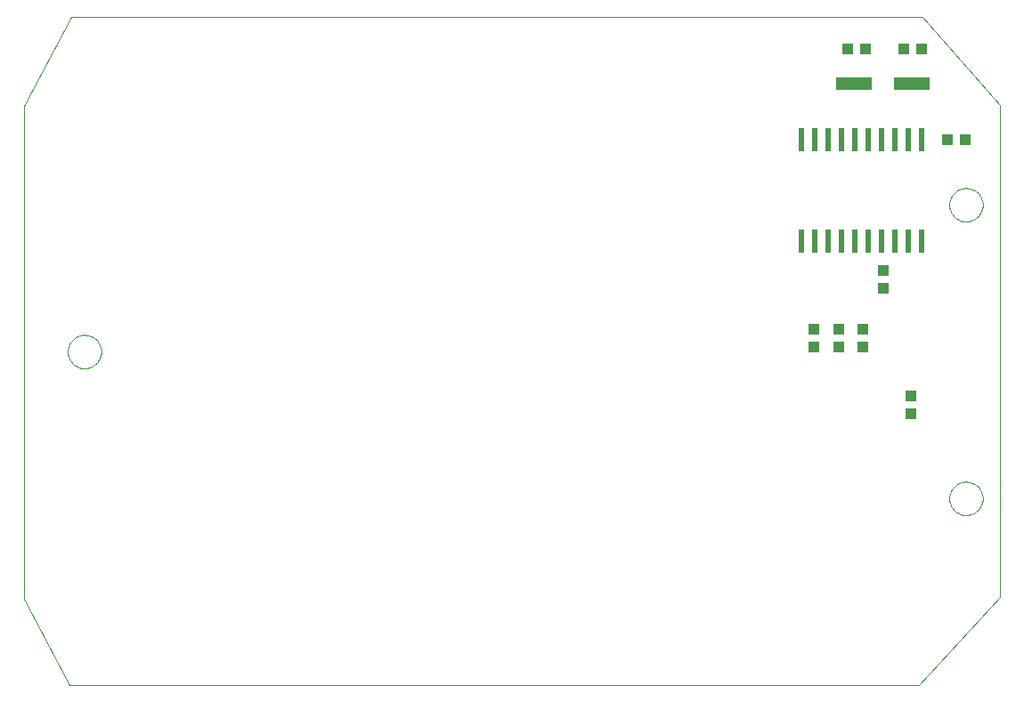
<source format=gtp>
G75*
G70*
%OFA0B0*%
%FSLAX24Y24*%
%IPPOS*%
%LPD*%
%AMOC8*
5,1,8,0,0,1.08239X$1,22.5*
%
%ADD10C,0.0000*%
%ADD11R,0.0236X0.0866*%
%ADD12R,0.1378X0.0472*%
%ADD13R,0.0433X0.0394*%
%ADD14R,0.0394X0.0433*%
D10*
X001917Y000100D02*
X033717Y000100D01*
X036737Y003400D01*
X036737Y021846D01*
X033821Y025146D01*
X001967Y025150D01*
X000217Y021796D01*
X000217Y003350D01*
X001917Y000100D01*
X001842Y012600D02*
X001844Y012650D01*
X001850Y012699D01*
X001860Y012748D01*
X001873Y012795D01*
X001891Y012842D01*
X001912Y012887D01*
X001936Y012930D01*
X001964Y012971D01*
X001995Y013010D01*
X002029Y013046D01*
X002066Y013080D01*
X002106Y013110D01*
X002147Y013137D01*
X002191Y013161D01*
X002236Y013181D01*
X002283Y013197D01*
X002331Y013210D01*
X002380Y013219D01*
X002430Y013224D01*
X002479Y013225D01*
X002529Y013222D01*
X002578Y013215D01*
X002627Y013204D01*
X002674Y013190D01*
X002720Y013171D01*
X002765Y013149D01*
X002808Y013124D01*
X002848Y013095D01*
X002886Y013063D01*
X002922Y013029D01*
X002955Y012991D01*
X002984Y012951D01*
X003010Y012909D01*
X003033Y012865D01*
X003052Y012819D01*
X003068Y012772D01*
X003080Y012723D01*
X003088Y012674D01*
X003092Y012625D01*
X003092Y012575D01*
X003088Y012526D01*
X003080Y012477D01*
X003068Y012428D01*
X003052Y012381D01*
X003033Y012335D01*
X003010Y012291D01*
X002984Y012249D01*
X002955Y012209D01*
X002922Y012171D01*
X002886Y012137D01*
X002848Y012105D01*
X002808Y012076D01*
X002765Y012051D01*
X002720Y012029D01*
X002674Y012010D01*
X002627Y011996D01*
X002578Y011985D01*
X002529Y011978D01*
X002479Y011975D01*
X002430Y011976D01*
X002380Y011981D01*
X002331Y011990D01*
X002283Y012003D01*
X002236Y012019D01*
X002191Y012039D01*
X002147Y012063D01*
X002106Y012090D01*
X002066Y012120D01*
X002029Y012154D01*
X001995Y012190D01*
X001964Y012229D01*
X001936Y012270D01*
X001912Y012313D01*
X001891Y012358D01*
X001873Y012405D01*
X001860Y012452D01*
X001850Y012501D01*
X001844Y012550D01*
X001842Y012600D01*
X034842Y007100D02*
X034844Y007150D01*
X034850Y007199D01*
X034860Y007248D01*
X034873Y007295D01*
X034891Y007342D01*
X034912Y007387D01*
X034936Y007430D01*
X034964Y007471D01*
X034995Y007510D01*
X035029Y007546D01*
X035066Y007580D01*
X035106Y007610D01*
X035147Y007637D01*
X035191Y007661D01*
X035236Y007681D01*
X035283Y007697D01*
X035331Y007710D01*
X035380Y007719D01*
X035430Y007724D01*
X035479Y007725D01*
X035529Y007722D01*
X035578Y007715D01*
X035627Y007704D01*
X035674Y007690D01*
X035720Y007671D01*
X035765Y007649D01*
X035808Y007624D01*
X035848Y007595D01*
X035886Y007563D01*
X035922Y007529D01*
X035955Y007491D01*
X035984Y007451D01*
X036010Y007409D01*
X036033Y007365D01*
X036052Y007319D01*
X036068Y007272D01*
X036080Y007223D01*
X036088Y007174D01*
X036092Y007125D01*
X036092Y007075D01*
X036088Y007026D01*
X036080Y006977D01*
X036068Y006928D01*
X036052Y006881D01*
X036033Y006835D01*
X036010Y006791D01*
X035984Y006749D01*
X035955Y006709D01*
X035922Y006671D01*
X035886Y006637D01*
X035848Y006605D01*
X035808Y006576D01*
X035765Y006551D01*
X035720Y006529D01*
X035674Y006510D01*
X035627Y006496D01*
X035578Y006485D01*
X035529Y006478D01*
X035479Y006475D01*
X035430Y006476D01*
X035380Y006481D01*
X035331Y006490D01*
X035283Y006503D01*
X035236Y006519D01*
X035191Y006539D01*
X035147Y006563D01*
X035106Y006590D01*
X035066Y006620D01*
X035029Y006654D01*
X034995Y006690D01*
X034964Y006729D01*
X034936Y006770D01*
X034912Y006813D01*
X034891Y006858D01*
X034873Y006905D01*
X034860Y006952D01*
X034850Y007001D01*
X034844Y007050D01*
X034842Y007100D01*
X034842Y018100D02*
X034844Y018150D01*
X034850Y018199D01*
X034860Y018248D01*
X034873Y018295D01*
X034891Y018342D01*
X034912Y018387D01*
X034936Y018430D01*
X034964Y018471D01*
X034995Y018510D01*
X035029Y018546D01*
X035066Y018580D01*
X035106Y018610D01*
X035147Y018637D01*
X035191Y018661D01*
X035236Y018681D01*
X035283Y018697D01*
X035331Y018710D01*
X035380Y018719D01*
X035430Y018724D01*
X035479Y018725D01*
X035529Y018722D01*
X035578Y018715D01*
X035627Y018704D01*
X035674Y018690D01*
X035720Y018671D01*
X035765Y018649D01*
X035808Y018624D01*
X035848Y018595D01*
X035886Y018563D01*
X035922Y018529D01*
X035955Y018491D01*
X035984Y018451D01*
X036010Y018409D01*
X036033Y018365D01*
X036052Y018319D01*
X036068Y018272D01*
X036080Y018223D01*
X036088Y018174D01*
X036092Y018125D01*
X036092Y018075D01*
X036088Y018026D01*
X036080Y017977D01*
X036068Y017928D01*
X036052Y017881D01*
X036033Y017835D01*
X036010Y017791D01*
X035984Y017749D01*
X035955Y017709D01*
X035922Y017671D01*
X035886Y017637D01*
X035848Y017605D01*
X035808Y017576D01*
X035765Y017551D01*
X035720Y017529D01*
X035674Y017510D01*
X035627Y017496D01*
X035578Y017485D01*
X035529Y017478D01*
X035479Y017475D01*
X035430Y017476D01*
X035380Y017481D01*
X035331Y017490D01*
X035283Y017503D01*
X035236Y017519D01*
X035191Y017539D01*
X035147Y017563D01*
X035106Y017590D01*
X035066Y017620D01*
X035029Y017654D01*
X034995Y017690D01*
X034964Y017729D01*
X034936Y017770D01*
X034912Y017813D01*
X034891Y017858D01*
X034873Y017905D01*
X034860Y017952D01*
X034850Y018001D01*
X034844Y018050D01*
X034842Y018100D01*
D11*
X033817Y016750D03*
X033317Y016750D03*
X032817Y016750D03*
X032317Y016750D03*
X031817Y016750D03*
X031317Y016750D03*
X030817Y016750D03*
X030317Y016750D03*
X029817Y016750D03*
X029317Y016750D03*
X029317Y020550D03*
X029817Y020550D03*
X030317Y020550D03*
X030817Y020550D03*
X031317Y020550D03*
X031817Y020550D03*
X032317Y020550D03*
X032817Y020550D03*
X033317Y020550D03*
X033817Y020550D03*
D12*
X033449Y022650D03*
X031284Y022650D03*
D13*
X031032Y023950D03*
X031701Y023950D03*
X033132Y023950D03*
X033801Y023950D03*
X034782Y020550D03*
X035451Y020550D03*
X031617Y013435D03*
X030717Y013435D03*
X030717Y012765D03*
X031617Y012765D03*
X029767Y012765D03*
X029767Y013435D03*
X033417Y010935D03*
X033417Y010265D03*
D14*
X032367Y014965D03*
X032367Y015635D03*
M02*

</source>
